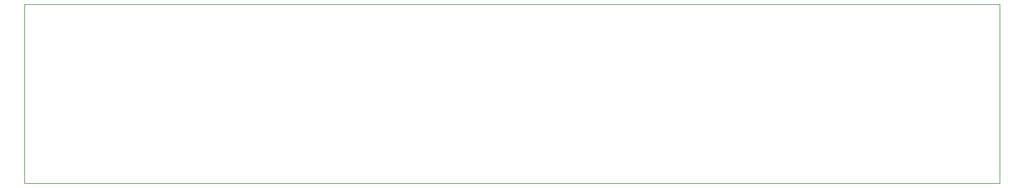
<source format=gbr>
%TF.GenerationSoftware,KiCad,Pcbnew,8.0.8*%
%TF.CreationDate,2025-05-04T21:01:19-05:00*%
%TF.ProjectId,Obstacle_detector,4f627374-6163-46c6-955f-646574656374,rev?*%
%TF.SameCoordinates,Original*%
%TF.FileFunction,Profile,NP*%
%FSLAX46Y46*%
G04 Gerber Fmt 4.6, Leading zero omitted, Abs format (unit mm)*
G04 Created by KiCad (PCBNEW 8.0.8) date 2025-05-04 21:01:19*
%MOMM*%
%LPD*%
G01*
G04 APERTURE LIST*
%TA.AperFunction,Profile*%
%ADD10C,0.050000*%
%TD*%
G04 APERTURE END LIST*
D10*
X12500000Y-12000000D02*
X148000000Y-12000000D01*
X12500000Y-37000000D02*
X12500000Y-12000000D01*
X148000000Y-12000000D02*
X148000000Y-37000000D01*
X148000000Y-37000000D02*
X12500000Y-37000000D01*
M02*

</source>
